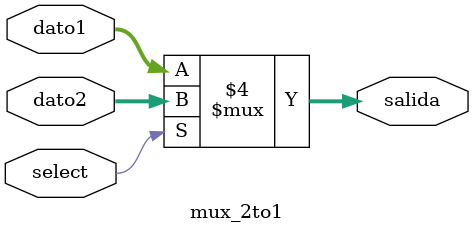
<source format=sv>
module mux_2to1(
    input wire select, // Select input
    input wire [1:0] dato1, dato2, // Data inputs
    output reg [1:0] salida // Output
);

always @(select or dato1 or dato2) begin
    if (select == 1'b0) begin
        salida <= dato1;
    end else begin
        salida <= dato2;
    end
end

endmodule 
</source>
